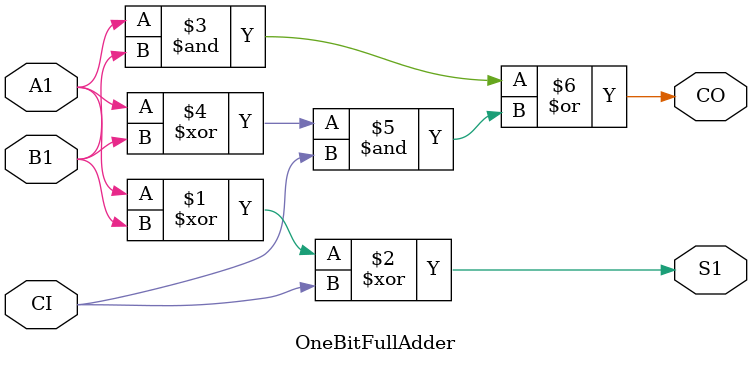
<source format=v>
`timescale 1ns / 1ps


module OneBitFullAdder(A1,B1,CI,S1,CO);

input A1,B1,CI;
output S1,CO;

assign S1 = (A1 ^ B1) ^ CI;

assign CO = (A1 & B1) | ((A1^B1) & CI);

endmodule

</source>
